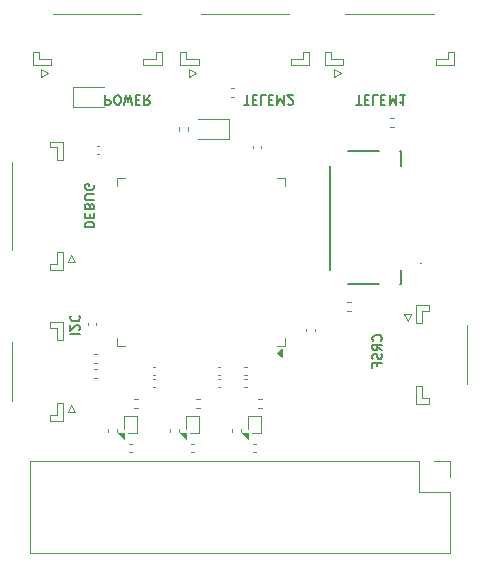
<source format=gbr>
%TF.GenerationSoftware,KiCad,Pcbnew,9.0.1*%
%TF.CreationDate,2025-04-15T01:41:33+09:00*%
%TF.ProjectId,STM32-FC_v2,53544d33-322d-4464-935f-76322e6b6963,rev?*%
%TF.SameCoordinates,Original*%
%TF.FileFunction,Legend,Bot*%
%TF.FilePolarity,Positive*%
%FSLAX46Y46*%
G04 Gerber Fmt 4.6, Leading zero omitted, Abs format (unit mm)*
G04 Created by KiCad (PCBNEW 9.0.1) date 2025-04-15 01:41:33*
%MOMM*%
%LPD*%
G01*
G04 APERTURE LIST*
%ADD10C,0.160000*%
%ADD11C,0.120000*%
%ADD12C,0.200000*%
%ADD13C,0.100000*%
G04 APERTURE END LIST*
D10*
X150985584Y-97423810D02*
X151023680Y-97385714D01*
X151023680Y-97385714D02*
X151061775Y-97271429D01*
X151061775Y-97271429D02*
X151061775Y-97195238D01*
X151061775Y-97195238D02*
X151023680Y-97080952D01*
X151023680Y-97080952D02*
X150947489Y-97004762D01*
X150947489Y-97004762D02*
X150871299Y-96966667D01*
X150871299Y-96966667D02*
X150718918Y-96928571D01*
X150718918Y-96928571D02*
X150604632Y-96928571D01*
X150604632Y-96928571D02*
X150452251Y-96966667D01*
X150452251Y-96966667D02*
X150376060Y-97004762D01*
X150376060Y-97004762D02*
X150299870Y-97080952D01*
X150299870Y-97080952D02*
X150261775Y-97195238D01*
X150261775Y-97195238D02*
X150261775Y-97271429D01*
X150261775Y-97271429D02*
X150299870Y-97385714D01*
X150299870Y-97385714D02*
X150337965Y-97423810D01*
X151061775Y-98223810D02*
X150680822Y-97957143D01*
X151061775Y-97766667D02*
X150261775Y-97766667D01*
X150261775Y-97766667D02*
X150261775Y-98071429D01*
X150261775Y-98071429D02*
X150299870Y-98147619D01*
X150299870Y-98147619D02*
X150337965Y-98185714D01*
X150337965Y-98185714D02*
X150414156Y-98223810D01*
X150414156Y-98223810D02*
X150528441Y-98223810D01*
X150528441Y-98223810D02*
X150604632Y-98185714D01*
X150604632Y-98185714D02*
X150642727Y-98147619D01*
X150642727Y-98147619D02*
X150680822Y-98071429D01*
X150680822Y-98071429D02*
X150680822Y-97766667D01*
X151023680Y-98528571D02*
X151061775Y-98642857D01*
X151061775Y-98642857D02*
X151061775Y-98833333D01*
X151061775Y-98833333D02*
X151023680Y-98909524D01*
X151023680Y-98909524D02*
X150985584Y-98947619D01*
X150985584Y-98947619D02*
X150909394Y-98985714D01*
X150909394Y-98985714D02*
X150833203Y-98985714D01*
X150833203Y-98985714D02*
X150757013Y-98947619D01*
X150757013Y-98947619D02*
X150718918Y-98909524D01*
X150718918Y-98909524D02*
X150680822Y-98833333D01*
X150680822Y-98833333D02*
X150642727Y-98680952D01*
X150642727Y-98680952D02*
X150604632Y-98604762D01*
X150604632Y-98604762D02*
X150566537Y-98566667D01*
X150566537Y-98566667D02*
X150490346Y-98528571D01*
X150490346Y-98528571D02*
X150414156Y-98528571D01*
X150414156Y-98528571D02*
X150337965Y-98566667D01*
X150337965Y-98566667D02*
X150299870Y-98604762D01*
X150299870Y-98604762D02*
X150261775Y-98680952D01*
X150261775Y-98680952D02*
X150261775Y-98871429D01*
X150261775Y-98871429D02*
X150299870Y-98985714D01*
X150642727Y-99595238D02*
X150642727Y-99328572D01*
X151061775Y-99328572D02*
X150261775Y-99328572D01*
X150261775Y-99328572D02*
X150261775Y-99709524D01*
X139385713Y-77438224D02*
X139842856Y-77438224D01*
X139614284Y-76638224D02*
X139614284Y-77438224D01*
X140109523Y-77057272D02*
X140376189Y-77057272D01*
X140490475Y-76638224D02*
X140109523Y-76638224D01*
X140109523Y-76638224D02*
X140109523Y-77438224D01*
X140109523Y-77438224D02*
X140490475Y-77438224D01*
X141214285Y-76638224D02*
X140833333Y-76638224D01*
X140833333Y-76638224D02*
X140833333Y-77438224D01*
X141480952Y-77057272D02*
X141747618Y-77057272D01*
X141861904Y-76638224D02*
X141480952Y-76638224D01*
X141480952Y-76638224D02*
X141480952Y-77438224D01*
X141480952Y-77438224D02*
X141861904Y-77438224D01*
X142204762Y-76638224D02*
X142204762Y-77438224D01*
X142204762Y-77438224D02*
X142471428Y-76866796D01*
X142471428Y-76866796D02*
X142738095Y-77438224D01*
X142738095Y-77438224D02*
X142738095Y-76638224D01*
X143080952Y-77362034D02*
X143119048Y-77400129D01*
X143119048Y-77400129D02*
X143195238Y-77438224D01*
X143195238Y-77438224D02*
X143385714Y-77438224D01*
X143385714Y-77438224D02*
X143461905Y-77400129D01*
X143461905Y-77400129D02*
X143500000Y-77362034D01*
X143500000Y-77362034D02*
X143538095Y-77285843D01*
X143538095Y-77285843D02*
X143538095Y-77209653D01*
X143538095Y-77209653D02*
X143500000Y-77095367D01*
X143500000Y-77095367D02*
X143042857Y-76638224D01*
X143042857Y-76638224D02*
X143538095Y-76638224D01*
X125888224Y-87790475D02*
X126688224Y-87790475D01*
X126688224Y-87790475D02*
X126688224Y-87599999D01*
X126688224Y-87599999D02*
X126650129Y-87485713D01*
X126650129Y-87485713D02*
X126573939Y-87409523D01*
X126573939Y-87409523D02*
X126497748Y-87371428D01*
X126497748Y-87371428D02*
X126345367Y-87333332D01*
X126345367Y-87333332D02*
X126231081Y-87333332D01*
X126231081Y-87333332D02*
X126078700Y-87371428D01*
X126078700Y-87371428D02*
X126002510Y-87409523D01*
X126002510Y-87409523D02*
X125926320Y-87485713D01*
X125926320Y-87485713D02*
X125888224Y-87599999D01*
X125888224Y-87599999D02*
X125888224Y-87790475D01*
X126307272Y-86990475D02*
X126307272Y-86723809D01*
X125888224Y-86609523D02*
X125888224Y-86990475D01*
X125888224Y-86990475D02*
X126688224Y-86990475D01*
X126688224Y-86990475D02*
X126688224Y-86609523D01*
X126307272Y-85999999D02*
X126269177Y-85885713D01*
X126269177Y-85885713D02*
X126231081Y-85847618D01*
X126231081Y-85847618D02*
X126154891Y-85809522D01*
X126154891Y-85809522D02*
X126040605Y-85809522D01*
X126040605Y-85809522D02*
X125964415Y-85847618D01*
X125964415Y-85847618D02*
X125926320Y-85885713D01*
X125926320Y-85885713D02*
X125888224Y-85961903D01*
X125888224Y-85961903D02*
X125888224Y-86266665D01*
X125888224Y-86266665D02*
X126688224Y-86266665D01*
X126688224Y-86266665D02*
X126688224Y-85999999D01*
X126688224Y-85999999D02*
X126650129Y-85923808D01*
X126650129Y-85923808D02*
X126612034Y-85885713D01*
X126612034Y-85885713D02*
X126535843Y-85847618D01*
X126535843Y-85847618D02*
X126459653Y-85847618D01*
X126459653Y-85847618D02*
X126383462Y-85885713D01*
X126383462Y-85885713D02*
X126345367Y-85923808D01*
X126345367Y-85923808D02*
X126307272Y-85999999D01*
X126307272Y-85999999D02*
X126307272Y-86266665D01*
X126688224Y-85466665D02*
X126040605Y-85466665D01*
X126040605Y-85466665D02*
X125964415Y-85428570D01*
X125964415Y-85428570D02*
X125926320Y-85390475D01*
X125926320Y-85390475D02*
X125888224Y-85314284D01*
X125888224Y-85314284D02*
X125888224Y-85161903D01*
X125888224Y-85161903D02*
X125926320Y-85085713D01*
X125926320Y-85085713D02*
X125964415Y-85047618D01*
X125964415Y-85047618D02*
X126040605Y-85009522D01*
X126040605Y-85009522D02*
X126688224Y-85009522D01*
X126650129Y-84209523D02*
X126688224Y-84285713D01*
X126688224Y-84285713D02*
X126688224Y-84399999D01*
X126688224Y-84399999D02*
X126650129Y-84514285D01*
X126650129Y-84514285D02*
X126573939Y-84590475D01*
X126573939Y-84590475D02*
X126497748Y-84628570D01*
X126497748Y-84628570D02*
X126345367Y-84666666D01*
X126345367Y-84666666D02*
X126231081Y-84666666D01*
X126231081Y-84666666D02*
X126078700Y-84628570D01*
X126078700Y-84628570D02*
X126002510Y-84590475D01*
X126002510Y-84590475D02*
X125926320Y-84514285D01*
X125926320Y-84514285D02*
X125888224Y-84399999D01*
X125888224Y-84399999D02*
X125888224Y-84323808D01*
X125888224Y-84323808D02*
X125926320Y-84209523D01*
X125926320Y-84209523D02*
X125964415Y-84171427D01*
X125964415Y-84171427D02*
X126231081Y-84171427D01*
X126231081Y-84171427D02*
X126231081Y-84323808D01*
X127652381Y-76638224D02*
X127652381Y-77438224D01*
X127652381Y-77438224D02*
X127957143Y-77438224D01*
X127957143Y-77438224D02*
X128033333Y-77400129D01*
X128033333Y-77400129D02*
X128071428Y-77362034D01*
X128071428Y-77362034D02*
X128109524Y-77285843D01*
X128109524Y-77285843D02*
X128109524Y-77171558D01*
X128109524Y-77171558D02*
X128071428Y-77095367D01*
X128071428Y-77095367D02*
X128033333Y-77057272D01*
X128033333Y-77057272D02*
X127957143Y-77019177D01*
X127957143Y-77019177D02*
X127652381Y-77019177D01*
X128604762Y-77438224D02*
X128757143Y-77438224D01*
X128757143Y-77438224D02*
X128833333Y-77400129D01*
X128833333Y-77400129D02*
X128909524Y-77323939D01*
X128909524Y-77323939D02*
X128947619Y-77171558D01*
X128947619Y-77171558D02*
X128947619Y-76904891D01*
X128947619Y-76904891D02*
X128909524Y-76752510D01*
X128909524Y-76752510D02*
X128833333Y-76676320D01*
X128833333Y-76676320D02*
X128757143Y-76638224D01*
X128757143Y-76638224D02*
X128604762Y-76638224D01*
X128604762Y-76638224D02*
X128528571Y-76676320D01*
X128528571Y-76676320D02*
X128452381Y-76752510D01*
X128452381Y-76752510D02*
X128414285Y-76904891D01*
X128414285Y-76904891D02*
X128414285Y-77171558D01*
X128414285Y-77171558D02*
X128452381Y-77323939D01*
X128452381Y-77323939D02*
X128528571Y-77400129D01*
X128528571Y-77400129D02*
X128604762Y-77438224D01*
X129214285Y-77438224D02*
X129404761Y-76638224D01*
X129404761Y-76638224D02*
X129557142Y-77209653D01*
X129557142Y-77209653D02*
X129709523Y-76638224D01*
X129709523Y-76638224D02*
X129900000Y-77438224D01*
X130204762Y-77057272D02*
X130471428Y-77057272D01*
X130585714Y-76638224D02*
X130204762Y-76638224D01*
X130204762Y-76638224D02*
X130204762Y-77438224D01*
X130204762Y-77438224D02*
X130585714Y-77438224D01*
X131385715Y-76638224D02*
X131119048Y-77019177D01*
X130928572Y-76638224D02*
X130928572Y-77438224D01*
X130928572Y-77438224D02*
X131233334Y-77438224D01*
X131233334Y-77438224D02*
X131309524Y-77400129D01*
X131309524Y-77400129D02*
X131347619Y-77362034D01*
X131347619Y-77362034D02*
X131385715Y-77285843D01*
X131385715Y-77285843D02*
X131385715Y-77171558D01*
X131385715Y-77171558D02*
X131347619Y-77095367D01*
X131347619Y-77095367D02*
X131309524Y-77057272D01*
X131309524Y-77057272D02*
X131233334Y-77019177D01*
X131233334Y-77019177D02*
X130928572Y-77019177D01*
X148885713Y-77438224D02*
X149342856Y-77438224D01*
X149114284Y-76638224D02*
X149114284Y-77438224D01*
X149609523Y-77057272D02*
X149876189Y-77057272D01*
X149990475Y-76638224D02*
X149609523Y-76638224D01*
X149609523Y-76638224D02*
X149609523Y-77438224D01*
X149609523Y-77438224D02*
X149990475Y-77438224D01*
X150714285Y-76638224D02*
X150333333Y-76638224D01*
X150333333Y-76638224D02*
X150333333Y-77438224D01*
X150980952Y-77057272D02*
X151247618Y-77057272D01*
X151361904Y-76638224D02*
X150980952Y-76638224D01*
X150980952Y-76638224D02*
X150980952Y-77438224D01*
X150980952Y-77438224D02*
X151361904Y-77438224D01*
X151704762Y-76638224D02*
X151704762Y-77438224D01*
X151704762Y-77438224D02*
X151971428Y-76866796D01*
X151971428Y-76866796D02*
X152238095Y-77438224D01*
X152238095Y-77438224D02*
X152238095Y-76638224D01*
X153038095Y-76638224D02*
X152580952Y-76638224D01*
X152809524Y-76638224D02*
X152809524Y-77438224D01*
X152809524Y-77438224D02*
X152733333Y-77323939D01*
X152733333Y-77323939D02*
X152657143Y-77247748D01*
X152657143Y-77247748D02*
X152580952Y-77209653D01*
X124688224Y-96888787D02*
X125488224Y-96888787D01*
X125412034Y-96545931D02*
X125450129Y-96507835D01*
X125450129Y-96507835D02*
X125488224Y-96431645D01*
X125488224Y-96431645D02*
X125488224Y-96241169D01*
X125488224Y-96241169D02*
X125450129Y-96164978D01*
X125450129Y-96164978D02*
X125412034Y-96126883D01*
X125412034Y-96126883D02*
X125335843Y-96088788D01*
X125335843Y-96088788D02*
X125259653Y-96088788D01*
X125259653Y-96088788D02*
X125145367Y-96126883D01*
X125145367Y-96126883D02*
X124688224Y-96584026D01*
X124688224Y-96584026D02*
X124688224Y-96088788D01*
X124764415Y-95288787D02*
X124726320Y-95326883D01*
X124726320Y-95326883D02*
X124688224Y-95441168D01*
X124688224Y-95441168D02*
X124688224Y-95517359D01*
X124688224Y-95517359D02*
X124726320Y-95631645D01*
X124726320Y-95631645D02*
X124802510Y-95707835D01*
X124802510Y-95707835D02*
X124878700Y-95745930D01*
X124878700Y-95745930D02*
X125031081Y-95784026D01*
X125031081Y-95784026D02*
X125145367Y-95784026D01*
X125145367Y-95784026D02*
X125297748Y-95745930D01*
X125297748Y-95745930D02*
X125373939Y-95707835D01*
X125373939Y-95707835D02*
X125450129Y-95631645D01*
X125450129Y-95631645D02*
X125488224Y-95517359D01*
X125488224Y-95517359D02*
X125488224Y-95441168D01*
X125488224Y-95441168D02*
X125450129Y-95326883D01*
X125450129Y-95326883D02*
X125412034Y-95288787D01*
D11*
%TO.C,J16*%
X155050000Y-102800000D02*
X153950000Y-102800000D01*
X153950000Y-102800000D02*
X153950000Y-101250000D01*
X155050000Y-102300000D02*
X155050000Y-102800000D01*
X154450000Y-102300000D02*
X155050000Y-102300000D01*
X154450000Y-101250000D02*
X154450000Y-102300000D01*
X153950000Y-101250000D02*
X154450000Y-101250000D01*
X158250000Y-96100000D02*
X158250000Y-101100000D01*
X154450000Y-95950000D02*
X154450000Y-94900000D01*
X153950000Y-95950000D02*
X154450000Y-95950000D01*
X153250000Y-95725000D02*
X152950000Y-95125000D01*
X153550000Y-95125000D02*
X153250000Y-95725000D01*
X152950000Y-95125000D02*
X153550000Y-95125000D01*
X155050000Y-94900000D02*
X155050000Y-94400000D01*
X154450000Y-94900000D02*
X155050000Y-94900000D01*
X155050000Y-94400000D02*
X153950000Y-94400000D01*
X153950000Y-94400000D02*
X153950000Y-95950000D01*
%TO.C,R2*%
X148403641Y-94120000D02*
X148096359Y-94120000D01*
X148403641Y-94880000D02*
X148096359Y-94880000D01*
%TO.C,R21*%
X140903641Y-102370000D02*
X140596359Y-102370000D01*
X140903641Y-103130000D02*
X140596359Y-103130000D01*
%TO.C,C18*%
X140357836Y-106140000D02*
X140142164Y-106140000D01*
X140357836Y-106860000D02*
X140142164Y-106860000D01*
%TO.C,J6*%
X121231235Y-107630000D02*
X121231235Y-115370000D01*
X154228765Y-107630000D02*
X121231235Y-107630000D01*
X154228765Y-110230000D02*
X154228765Y-107630000D01*
X156828765Y-107630000D02*
X155498765Y-107630000D01*
X156828765Y-108960000D02*
X156828765Y-107630000D01*
X156828765Y-110230000D02*
X154228765Y-110230000D01*
X156828765Y-110230000D02*
X156828765Y-115370000D01*
X156828765Y-115370000D02*
X121231235Y-115370000D01*
%TO.C,C8*%
X137142164Y-99640000D02*
X137357836Y-99640000D01*
X137142164Y-100360000D02*
X137357836Y-100360000D01*
%TO.C,R22*%
X135653641Y-102370000D02*
X135346359Y-102370000D01*
X135653641Y-103130000D02*
X135346359Y-103130000D01*
%TO.C,C2*%
X126140000Y-95892164D02*
X126140000Y-96107836D01*
X126860000Y-95892164D02*
X126860000Y-96107836D01*
%TO.C,R45*%
X138246359Y-76020000D02*
X138553641Y-76020000D01*
X138246359Y-76780000D02*
X138553641Y-76780000D01*
%TO.C,U4*%
X139700000Y-103750000D02*
X139700000Y-104930000D01*
X140800000Y-103750000D02*
X139700000Y-103750000D01*
X140800000Y-105250000D02*
X140020000Y-105250000D01*
X140800000Y-105250000D02*
X140800000Y-103750000D01*
X139700000Y-105750000D02*
X139200000Y-105250000D01*
X139700000Y-105250000D01*
X139700000Y-105750000D01*
G36*
X139700000Y-105750000D02*
G01*
X139200000Y-105250000D01*
X139700000Y-105250000D01*
X139700000Y-105750000D01*
G37*
%TO.C,C13*%
X131857836Y-100620000D02*
X131642164Y-100620000D01*
X131857836Y-101340000D02*
X131642164Y-101340000D01*
%TO.C,J11*%
X146250000Y-72950000D02*
X146750000Y-72950000D01*
X146250000Y-74050000D02*
X146250000Y-72950000D01*
X146750000Y-72950000D02*
X146750000Y-73550000D01*
X146750000Y-73550000D02*
X147800000Y-73550000D01*
X146975000Y-74450000D02*
X146975000Y-75050000D01*
X146975000Y-75050000D02*
X147575000Y-74750000D01*
X147575000Y-74750000D02*
X146975000Y-74450000D01*
X147800000Y-73550000D02*
X147800000Y-74050000D01*
X147800000Y-74050000D02*
X146250000Y-74050000D01*
X155450000Y-69750000D02*
X147950000Y-69750000D01*
X155600000Y-73550000D02*
X155600000Y-74050000D01*
X155600000Y-74050000D02*
X157150000Y-74050000D01*
X156650000Y-72950000D02*
X156650000Y-73550000D01*
X156650000Y-73550000D02*
X155600000Y-73550000D01*
X157150000Y-72950000D02*
X156650000Y-72950000D01*
X157150000Y-74050000D02*
X157150000Y-72950000D01*
%TO.C,U3*%
X129200000Y-103750000D02*
X129200000Y-104930000D01*
X130300000Y-103750000D02*
X129200000Y-103750000D01*
X130300000Y-105250000D02*
X129520000Y-105250000D01*
X130300000Y-105250000D02*
X130300000Y-103750000D01*
X129200000Y-105750000D02*
X128700000Y-105250000D01*
X129200000Y-105250000D01*
X129200000Y-105750000D01*
G36*
X129200000Y-105750000D02*
G01*
X128700000Y-105250000D01*
X129200000Y-105250000D01*
X129200000Y-105750000D01*
G37*
%TO.C,C11*%
X144640000Y-96607836D02*
X144640000Y-96392164D01*
X145360000Y-96607836D02*
X145360000Y-96392164D01*
%TO.C,C16*%
X133140000Y-104892164D02*
X133140000Y-105107836D01*
X133860000Y-104892164D02*
X133860000Y-105107836D01*
%TO.C,C6*%
X127127836Y-80890000D02*
X126912164Y-80890000D01*
X127127836Y-81610000D02*
X126912164Y-81610000D01*
%TO.C,R4*%
X133870000Y-79346359D02*
X133870000Y-79653641D01*
X134630000Y-79346359D02*
X134630000Y-79653641D01*
%TO.C,C17*%
X129642164Y-106140000D02*
X129857836Y-106140000D01*
X129642164Y-106860000D02*
X129857836Y-106860000D01*
D12*
%TO.C,J4*%
X146655000Y-82600000D02*
X146655000Y-91400000D01*
X148200000Y-81375000D02*
X150800000Y-81375000D01*
X148200000Y-92625000D02*
X150800000Y-92625000D01*
X152600000Y-81375000D02*
X152705000Y-81375000D01*
X152705000Y-81375000D02*
X152705000Y-82600000D01*
X152705000Y-91400000D02*
X152705000Y-92625000D01*
X152705000Y-92625000D02*
X152600000Y-92625000D01*
D13*
X154300000Y-90850000D02*
X154300000Y-90850000D01*
X154400000Y-90850000D02*
X154400000Y-90850000D01*
X154300000Y-90850000D02*
G75*
G02*
X154400000Y-90850000I50000J0D01*
G01*
X154400000Y-90850000D02*
G75*
G02*
X154300000Y-90850000I-50000J0D01*
G01*
D11*
%TO.C,R20*%
X130403641Y-102370000D02*
X130096359Y-102370000D01*
X130403641Y-103130000D02*
X130096359Y-103130000D01*
%TO.C,C14*%
X127890000Y-105107836D02*
X127890000Y-104892164D01*
X128610000Y-105107836D02*
X128610000Y-104892164D01*
%TO.C,C9*%
X137142164Y-100640000D02*
X137357836Y-100640000D01*
X137142164Y-101360000D02*
X137357836Y-101360000D01*
%TO.C,U1*%
X128640000Y-83640000D02*
X128640000Y-84340000D01*
X128640000Y-97860000D02*
X128640000Y-97160000D01*
X129340000Y-83640000D02*
X128640000Y-83640000D01*
X129340000Y-97860000D02*
X128640000Y-97860000D01*
X142160000Y-83640000D02*
X142860000Y-83640000D01*
X142160000Y-97860000D02*
X142860000Y-97860000D01*
X142860000Y-83640000D02*
X142860000Y-84340000D01*
X142860000Y-97860000D02*
X142860000Y-97160000D01*
X142630000Y-98827500D02*
X142160000Y-98487500D01*
X142630000Y-98147500D01*
X142630000Y-98827500D01*
G36*
X142630000Y-98827500D02*
G01*
X142160000Y-98487500D01*
X142630000Y-98147500D01*
X142630000Y-98827500D01*
G37*
%TO.C,J12*%
X134000000Y-72950000D02*
X134500000Y-72950000D01*
X134000000Y-74050000D02*
X134000000Y-72950000D01*
X134500000Y-72950000D02*
X134500000Y-73550000D01*
X134500000Y-73550000D02*
X135550000Y-73550000D01*
X134725000Y-74450000D02*
X134725000Y-75050000D01*
X134725000Y-75050000D02*
X135325000Y-74750000D01*
X135325000Y-74750000D02*
X134725000Y-74450000D01*
X135550000Y-73550000D02*
X135550000Y-74050000D01*
X135550000Y-74050000D02*
X134000000Y-74050000D01*
X143200000Y-69750000D02*
X135700000Y-69750000D01*
X143350000Y-73550000D02*
X143350000Y-74050000D01*
X143350000Y-74050000D02*
X144900000Y-74050000D01*
X144400000Y-72950000D02*
X144400000Y-73550000D01*
X144400000Y-73550000D02*
X143350000Y-73550000D01*
X144900000Y-72950000D02*
X144400000Y-72950000D01*
X144900000Y-74050000D02*
X144900000Y-72950000D01*
%TO.C,R44*%
X152053641Y-78520000D02*
X151746359Y-78520000D01*
X152053641Y-79280000D02*
X151746359Y-79280000D01*
%TO.C,J13*%
X119750000Y-97500000D02*
X119750000Y-102500000D01*
X122950000Y-95800000D02*
X122950000Y-96300000D01*
X122950000Y-96300000D02*
X123550000Y-96300000D01*
X122950000Y-103700000D02*
X123550000Y-103700000D01*
X122950000Y-104200000D02*
X122950000Y-103700000D01*
X123550000Y-96300000D02*
X123550000Y-97350000D01*
X123550000Y-97350000D02*
X124050000Y-97350000D01*
X123550000Y-102650000D02*
X124050000Y-102650000D01*
X123550000Y-103700000D02*
X123550000Y-102650000D01*
X124050000Y-95800000D02*
X122950000Y-95800000D01*
X124050000Y-97350000D02*
X124050000Y-95800000D01*
X124050000Y-102650000D02*
X124050000Y-104200000D01*
X124050000Y-104200000D02*
X122950000Y-104200000D01*
X124450000Y-103475000D02*
X125050000Y-103475000D01*
X124750000Y-102875000D02*
X124450000Y-103475000D01*
X125050000Y-103475000D02*
X124750000Y-102875000D01*
%TO.C,C10*%
X139607836Y-99640000D02*
X139392164Y-99640000D01*
X139607836Y-100360000D02*
X139392164Y-100360000D01*
%TO.C,C19*%
X135107836Y-106140000D02*
X134892164Y-106140000D01*
X135107836Y-106860000D02*
X134892164Y-106860000D01*
%TO.C,D1*%
X135450000Y-78650000D02*
X138110000Y-78650000D01*
X135450000Y-80350000D02*
X138110000Y-80350000D01*
X138110000Y-80350000D02*
X138110000Y-78650000D01*
%TO.C,C3*%
X139607836Y-100640000D02*
X139392164Y-100640000D01*
X139607836Y-101360000D02*
X139392164Y-101360000D01*
%TO.C,R47*%
X126646359Y-99820000D02*
X126953641Y-99820000D01*
X126646359Y-100580000D02*
X126953641Y-100580000D01*
%TO.C,D6*%
X124890000Y-75900000D02*
X127550000Y-75900000D01*
X124890000Y-77600000D02*
X124890000Y-75900000D01*
X124890000Y-77600000D02*
X127550000Y-77600000D01*
%TO.C,C7*%
X140140000Y-80892164D02*
X140140000Y-81107836D01*
X140860000Y-80892164D02*
X140860000Y-81107836D01*
%TO.C,J3*%
X121500000Y-72950000D02*
X122000000Y-72950000D01*
X121500000Y-74050000D02*
X121500000Y-72950000D01*
X122000000Y-72950000D02*
X122000000Y-73550000D01*
X122000000Y-73550000D02*
X123050000Y-73550000D01*
X122225000Y-74450000D02*
X122225000Y-75050000D01*
X122225000Y-75050000D02*
X122825000Y-74750000D01*
X122825000Y-74750000D02*
X122225000Y-74450000D01*
X123050000Y-73550000D02*
X123050000Y-74050000D01*
X123050000Y-74050000D02*
X121500000Y-74050000D01*
X130700000Y-69750000D02*
X123200000Y-69750000D01*
X130850000Y-73550000D02*
X130850000Y-74050000D01*
X130850000Y-74050000D02*
X132400000Y-74050000D01*
X131900000Y-72950000D02*
X131900000Y-73550000D01*
X131900000Y-73550000D02*
X130850000Y-73550000D01*
X132400000Y-72950000D02*
X131900000Y-72950000D01*
X132400000Y-74050000D02*
X132400000Y-72950000D01*
%TO.C,C15*%
X138390000Y-104892164D02*
X138390000Y-105107836D01*
X139110000Y-104892164D02*
X139110000Y-105107836D01*
%TO.C,J1*%
X119750000Y-82250000D02*
X119750000Y-89750000D01*
X122950000Y-80550000D02*
X122950000Y-81050000D01*
X122950000Y-81050000D02*
X123550000Y-81050000D01*
X122950000Y-90950000D02*
X123550000Y-90950000D01*
X122950000Y-91450000D02*
X122950000Y-90950000D01*
X123550000Y-81050000D02*
X123550000Y-82100000D01*
X123550000Y-82100000D02*
X124050000Y-82100000D01*
X123550000Y-89900000D02*
X124050000Y-89900000D01*
X123550000Y-90950000D02*
X123550000Y-89900000D01*
X124050000Y-80550000D02*
X122950000Y-80550000D01*
X124050000Y-82100000D02*
X124050000Y-80550000D01*
X124050000Y-89900000D02*
X124050000Y-91450000D01*
X124050000Y-91450000D02*
X122950000Y-91450000D01*
X124450000Y-90725000D02*
X125050000Y-90725000D01*
X124750000Y-90125000D02*
X124450000Y-90725000D01*
X125050000Y-90725000D02*
X124750000Y-90125000D01*
%TO.C,R46*%
X126646359Y-98570000D02*
X126953641Y-98570000D01*
X126646359Y-99330000D02*
X126953641Y-99330000D01*
%TO.C,U5*%
X134450000Y-103750000D02*
X134450000Y-104930000D01*
X135550000Y-103750000D02*
X134450000Y-103750000D01*
X135550000Y-105250000D02*
X134770000Y-105250000D01*
X135550000Y-105250000D02*
X135550000Y-103750000D01*
X134450000Y-105750000D02*
X133950000Y-105250000D01*
X134450000Y-105250000D01*
X134450000Y-105750000D01*
G36*
X134450000Y-105750000D02*
G01*
X133950000Y-105250000D01*
X134450000Y-105250000D01*
X134450000Y-105750000D01*
G37*
%TO.C,C12*%
X131857836Y-99640000D02*
X131642164Y-99640000D01*
X131857836Y-100360000D02*
X131642164Y-100360000D01*
%TD*%
M02*

</source>
